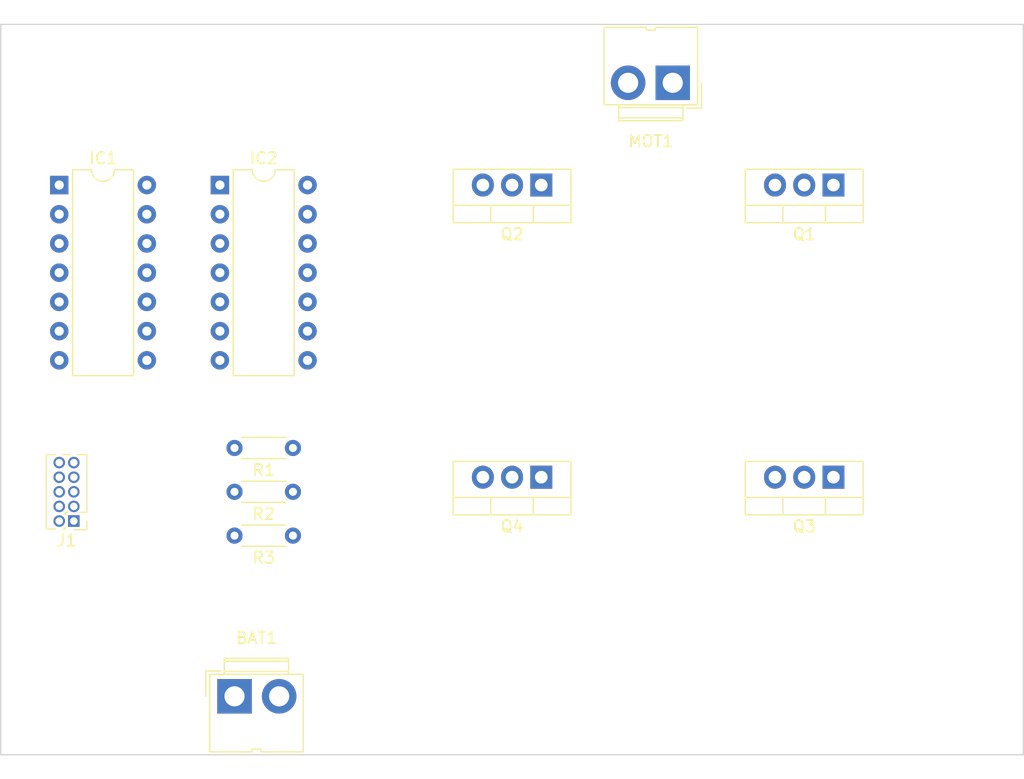
<source format=kicad_pcb>
(kicad_pcb (version 20171130) (host pcbnew "(5.1.10)-1")

  (general
    (thickness 1.6)
    (drawings 4)
    (tracks 0)
    (zones 0)
    (modules 16)
    (nets 24)
  )

  (page A4)
  (layers
    (0 F.Cu signal)
    (31 B.Cu signal)
    (32 B.Adhes user)
    (33 F.Adhes user)
    (34 B.Paste user)
    (35 F.Paste user)
    (36 B.SilkS user)
    (37 F.SilkS user)
    (38 B.Mask user)
    (39 F.Mask user)
    (40 Dwgs.User user)
    (41 Cmts.User user)
    (42 Eco1.User user)
    (43 Eco2.User user)
    (44 Edge.Cuts user)
    (45 Margin user)
    (46 B.CrtYd user)
    (47 F.CrtYd user)
    (48 B.Fab user)
    (49 F.Fab user)
  )

  (setup
    (last_trace_width 0.25)
    (trace_clearance 0.2)
    (zone_clearance 0.508)
    (zone_45_only no)
    (trace_min 0.2)
    (via_size 0.8)
    (via_drill 0.4)
    (via_min_size 0.4)
    (via_min_drill 0.3)
    (uvia_size 0.3)
    (uvia_drill 0.1)
    (uvias_allowed no)
    (uvia_min_size 0.2)
    (uvia_min_drill 0.1)
    (edge_width 0.05)
    (segment_width 0.2)
    (pcb_text_width 0.3)
    (pcb_text_size 1.5 1.5)
    (mod_edge_width 0.12)
    (mod_text_size 1 1)
    (mod_text_width 0.15)
    (pad_size 1.524 1.524)
    (pad_drill 0.762)
    (pad_to_mask_clearance 0)
    (aux_axis_origin 0 0)
    (visible_elements FFFFFF7F)
    (pcbplotparams
      (layerselection 0x010fc_ffffffff)
      (usegerberextensions false)
      (usegerberattributes true)
      (usegerberadvancedattributes true)
      (creategerberjobfile true)
      (excludeedgelayer true)
      (linewidth 0.100000)
      (plotframeref false)
      (viasonmask false)
      (mode 1)
      (useauxorigin false)
      (hpglpennumber 1)
      (hpglpenspeed 20)
      (hpglpendiameter 15.000000)
      (psnegative false)
      (psa4output false)
      (plotreference true)
      (plotvalue true)
      (plotinvisibletext false)
      (padsonsilk false)
      (subtractmaskfromsilk false)
      (outputformat 1)
      (mirror false)
      (drillshape 1)
      (scaleselection 1)
      (outputdirectory ""))
  )

  (net 0 "")
  (net 1 +5V)
  (net 2 GNDREF)
  (net 3 "Net-(IC1-Pad13)")
  (net 4 *I_B)
  (net 5 "Net-(IC1-Pad12)")
  (net 6 I_B)
  (net 7 "Net-(IC1-Pad11)")
  (net 8 "Net-(IC1-Pad10)")
  (net 9 *I_A)
  (net 10 "Net-(IC1-Pad9)")
  (net 11 I_A)
  (net 12 "Net-(IC1-Pad8)")
  (net 13 S_A2)
  (net 14 EN)
  (net 15 S_B1)
  (net 16 S_A1)
  (net 17 S_B2)
  (net 18 "Net-(J1-Pad10)")
  (net 19 "Net-(J1-Pad7)")
  (net 20 "Net-(J1-Pad6)")
  (net 21 VDD)
  (net 22 "Net-(MOT1-Pad2)")
  (net 23 "Net-(MOT1-Pad1)")

  (net_class Default "This is the default net class."
    (clearance 0.2)
    (trace_width 0.25)
    (via_dia 0.8)
    (via_drill 0.4)
    (uvia_dia 0.3)
    (uvia_drill 0.1)
    (add_net *I_A)
    (add_net *I_B)
    (add_net +5V)
    (add_net EN)
    (add_net GNDREF)
    (add_net I_A)
    (add_net I_B)
    (add_net "Net-(IC1-Pad10)")
    (add_net "Net-(IC1-Pad11)")
    (add_net "Net-(IC1-Pad12)")
    (add_net "Net-(IC1-Pad13)")
    (add_net "Net-(IC1-Pad8)")
    (add_net "Net-(IC1-Pad9)")
    (add_net "Net-(J1-Pad10)")
    (add_net "Net-(J1-Pad6)")
    (add_net "Net-(J1-Pad7)")
    (add_net "Net-(MOT1-Pad1)")
    (add_net "Net-(MOT1-Pad2)")
    (add_net S_A1)
    (add_net S_A2)
    (add_net S_B1)
    (add_net S_B2)
    (add_net VDD)
  )

  (module MountingHole:MountingHole_3.2mm_M3 (layer F.Cu) (tedit 56D1B4CB) (tstamp 621BF11E)
    (at 172.72 121.92)
    (descr "Mounting Hole 3.2mm, no annular, M3")
    (tags "mounting hole 3.2mm no annular m3")
    (path /622FD6B1)
    (attr virtual)
    (fp_text reference H4 (at 0 -4.2) (layer F.SilkS) hide
      (effects (font (size 1 1) (thickness 0.15)))
    )
    (fp_text value MountingHole (at 0 4.2) (layer F.Fab)
      (effects (font (size 1 1) (thickness 0.15)))
    )
    (fp_text user %R (at 0.3 0) (layer F.Fab)
      (effects (font (size 1 1) (thickness 0.15)))
    )
    (fp_circle (center 0 0) (end 3.2 0) (layer Cmts.User) (width 0.15))
    (fp_circle (center 0 0) (end 3.45 0) (layer F.CrtYd) (width 0.05))
    (pad 1 np_thru_hole circle (at 0 0) (size 3.2 3.2) (drill 3.2) (layers *.Cu *.Mask))
  )

  (module MountingHole:MountingHole_3.2mm_M3 (layer F.Cu) (tedit 56D1B4CB) (tstamp 621BF116)
    (at 172.72 68.58)
    (descr "Mounting Hole 3.2mm, no annular, M3")
    (tags "mounting hole 3.2mm no annular m3")
    (path /622FBF1B)
    (attr virtual)
    (fp_text reference H3 (at 0 -4.2) (layer F.SilkS) hide
      (effects (font (size 1 1) (thickness 0.15)))
    )
    (fp_text value MountingHole (at 0 4.2) (layer F.Fab)
      (effects (font (size 1 1) (thickness 0.15)))
    )
    (fp_text user %R (at 0.3 0) (layer F.Fab)
      (effects (font (size 1 1) (thickness 0.15)))
    )
    (fp_circle (center 0 0) (end 3.2 0) (layer Cmts.User) (width 0.15))
    (fp_circle (center 0 0) (end 3.45 0) (layer F.CrtYd) (width 0.05))
    (pad 1 np_thru_hole circle (at 0 0) (size 3.2 3.2) (drill 3.2) (layers *.Cu *.Mask))
  )

  (module MountingHole:MountingHole_3.2mm_M3 (layer F.Cu) (tedit 56D1B4CB) (tstamp 621BF10E)
    (at 93.98 121.92)
    (descr "Mounting Hole 3.2mm, no annular, M3")
    (tags "mounting hole 3.2mm no annular m3")
    (path /622FA6FC)
    (attr virtual)
    (fp_text reference H2 (at 0 -4.2) (layer F.SilkS) hide
      (effects (font (size 1 1) (thickness 0.15)))
    )
    (fp_text value MountingHole (at 0 4.2) (layer F.Fab)
      (effects (font (size 1 1) (thickness 0.15)))
    )
    (fp_text user %R (at 0.3 0) (layer F.Fab)
      (effects (font (size 1 1) (thickness 0.15)))
    )
    (fp_circle (center 0 0) (end 3.2 0) (layer Cmts.User) (width 0.15))
    (fp_circle (center 0 0) (end 3.45 0) (layer F.CrtYd) (width 0.05))
    (pad 1 np_thru_hole circle (at 0 0) (size 3.2 3.2) (drill 3.2) (layers *.Cu *.Mask))
  )

  (module MountingHole:MountingHole_3.2mm_M3 (layer F.Cu) (tedit 56D1B4CB) (tstamp 621BF106)
    (at 93.98 68.58)
    (descr "Mounting Hole 3.2mm, no annular, M3")
    (tags "mounting hole 3.2mm no annular m3")
    (path /622FA016)
    (attr virtual)
    (fp_text reference H1 (at 0 -4.2) (layer F.SilkS) hide
      (effects (font (size 1 1) (thickness 0.15)))
    )
    (fp_text value MountingHole (at 0 4.2) (layer F.Fab)
      (effects (font (size 1 1) (thickness 0.15)))
    )
    (fp_text user %R (at 0.3 0) (layer F.Fab)
      (effects (font (size 1 1) (thickness 0.15)))
    )
    (fp_circle (center 0 0) (end 3.2 0) (layer Cmts.User) (width 0.15))
    (fp_circle (center 0 0) (end 3.45 0) (layer F.CrtYd) (width 0.05))
    (pad 1 np_thru_hole circle (at 0 0) (size 3.2 3.2) (drill 3.2) (layers *.Cu *.Mask))
  )

  (module Resistor_THT:R_Axial_DIN0204_L3.6mm_D1.6mm_P5.08mm_Horizontal (layer F.Cu) (tedit 5AE5139B) (tstamp 621BD06F)
    (at 114.3 107.95 180)
    (descr "Resistor, Axial_DIN0204 series, Axial, Horizontal, pin pitch=5.08mm, 0.167W, length*diameter=3.6*1.6mm^2, http://cdn-reichelt.de/documents/datenblatt/B400/1_4W%23YAG.pdf")
    (tags "Resistor Axial_DIN0204 series Axial Horizontal pin pitch 5.08mm 0.167W length 3.6mm diameter 1.6mm")
    (path /6226A321)
    (fp_text reference R3 (at 2.54 -1.92) (layer F.SilkS)
      (effects (font (size 1 1) (thickness 0.15)))
    )
    (fp_text value 10k (at 2.54 1.92) (layer F.Fab)
      (effects (font (size 1 1) (thickness 0.15)))
    )
    (fp_text user %R (at 2.54 0) (layer F.Fab)
      (effects (font (size 0.72 0.72) (thickness 0.108)))
    )
    (fp_line (start 0.74 -0.8) (end 0.74 0.8) (layer F.Fab) (width 0.1))
    (fp_line (start 0.74 0.8) (end 4.34 0.8) (layer F.Fab) (width 0.1))
    (fp_line (start 4.34 0.8) (end 4.34 -0.8) (layer F.Fab) (width 0.1))
    (fp_line (start 4.34 -0.8) (end 0.74 -0.8) (layer F.Fab) (width 0.1))
    (fp_line (start 0 0) (end 0.74 0) (layer F.Fab) (width 0.1))
    (fp_line (start 5.08 0) (end 4.34 0) (layer F.Fab) (width 0.1))
    (fp_line (start 0.62 -0.92) (end 4.46 -0.92) (layer F.SilkS) (width 0.12))
    (fp_line (start 0.62 0.92) (end 4.46 0.92) (layer F.SilkS) (width 0.12))
    (fp_line (start -0.95 -1.05) (end -0.95 1.05) (layer F.CrtYd) (width 0.05))
    (fp_line (start -0.95 1.05) (end 6.03 1.05) (layer F.CrtYd) (width 0.05))
    (fp_line (start 6.03 1.05) (end 6.03 -1.05) (layer F.CrtYd) (width 0.05))
    (fp_line (start 6.03 -1.05) (end -0.95 -1.05) (layer F.CrtYd) (width 0.05))
    (pad 2 thru_hole oval (at 5.08 0 180) (size 1.4 1.4) (drill 0.7) (layers *.Cu *.Mask)
      (net 2 GNDREF))
    (pad 1 thru_hole circle (at 0 0 180) (size 1.4 1.4) (drill 0.7) (layers *.Cu *.Mask)
      (net 6 I_B))
    (model ${KISYS3DMOD}/Resistor_THT.3dshapes/R_Axial_DIN0204_L3.6mm_D1.6mm_P5.08mm_Horizontal.wrl
      (at (xyz 0 0 0))
      (scale (xyz 1 1 1))
      (rotate (xyz 0 0 0))
    )
  )

  (module Resistor_THT:R_Axial_DIN0204_L3.6mm_D1.6mm_P5.08mm_Horizontal (layer F.Cu) (tedit 5AE5139B) (tstamp 621BD05C)
    (at 114.3 104.14 180)
    (descr "Resistor, Axial_DIN0204 series, Axial, Horizontal, pin pitch=5.08mm, 0.167W, length*diameter=3.6*1.6mm^2, http://cdn-reichelt.de/documents/datenblatt/B400/1_4W%23YAG.pdf")
    (tags "Resistor Axial_DIN0204 series Axial Horizontal pin pitch 5.08mm 0.167W length 3.6mm diameter 1.6mm")
    (path /6222BC15)
    (fp_text reference R2 (at 2.54 -1.92) (layer F.SilkS)
      (effects (font (size 1 1) (thickness 0.15)))
    )
    (fp_text value 10k (at 2.54 1.92) (layer F.Fab)
      (effects (font (size 1 1) (thickness 0.15)))
    )
    (fp_text user %R (at 2.54 0) (layer F.Fab)
      (effects (font (size 0.72 0.72) (thickness 0.108)))
    )
    (fp_line (start 0.74 -0.8) (end 0.74 0.8) (layer F.Fab) (width 0.1))
    (fp_line (start 0.74 0.8) (end 4.34 0.8) (layer F.Fab) (width 0.1))
    (fp_line (start 4.34 0.8) (end 4.34 -0.8) (layer F.Fab) (width 0.1))
    (fp_line (start 4.34 -0.8) (end 0.74 -0.8) (layer F.Fab) (width 0.1))
    (fp_line (start 0 0) (end 0.74 0) (layer F.Fab) (width 0.1))
    (fp_line (start 5.08 0) (end 4.34 0) (layer F.Fab) (width 0.1))
    (fp_line (start 0.62 -0.92) (end 4.46 -0.92) (layer F.SilkS) (width 0.12))
    (fp_line (start 0.62 0.92) (end 4.46 0.92) (layer F.SilkS) (width 0.12))
    (fp_line (start -0.95 -1.05) (end -0.95 1.05) (layer F.CrtYd) (width 0.05))
    (fp_line (start -0.95 1.05) (end 6.03 1.05) (layer F.CrtYd) (width 0.05))
    (fp_line (start 6.03 1.05) (end 6.03 -1.05) (layer F.CrtYd) (width 0.05))
    (fp_line (start 6.03 -1.05) (end -0.95 -1.05) (layer F.CrtYd) (width 0.05))
    (pad 2 thru_hole oval (at 5.08 0 180) (size 1.4 1.4) (drill 0.7) (layers *.Cu *.Mask)
      (net 2 GNDREF))
    (pad 1 thru_hole circle (at 0 0 180) (size 1.4 1.4) (drill 0.7) (layers *.Cu *.Mask)
      (net 11 I_A))
    (model ${KISYS3DMOD}/Resistor_THT.3dshapes/R_Axial_DIN0204_L3.6mm_D1.6mm_P5.08mm_Horizontal.wrl
      (at (xyz 0 0 0))
      (scale (xyz 1 1 1))
      (rotate (xyz 0 0 0))
    )
  )

  (module Resistor_THT:R_Axial_DIN0204_L3.6mm_D1.6mm_P5.08mm_Horizontal (layer F.Cu) (tedit 5AE5139B) (tstamp 621BD049)
    (at 114.3 100.33 180)
    (descr "Resistor, Axial_DIN0204 series, Axial, Horizontal, pin pitch=5.08mm, 0.167W, length*diameter=3.6*1.6mm^2, http://cdn-reichelt.de/documents/datenblatt/B400/1_4W%23YAG.pdf")
    (tags "Resistor Axial_DIN0204 series Axial Horizontal pin pitch 5.08mm 0.167W length 3.6mm diameter 1.6mm")
    (path /622685FA)
    (fp_text reference R1 (at 2.54 -1.92) (layer F.SilkS)
      (effects (font (size 1 1) (thickness 0.15)))
    )
    (fp_text value 10k (at 2.54 1.92) (layer F.Fab)
      (effects (font (size 1 1) (thickness 0.15)))
    )
    (fp_text user %R (at 2.54 0) (layer F.Fab)
      (effects (font (size 0.72 0.72) (thickness 0.108)))
    )
    (fp_line (start 0.74 -0.8) (end 0.74 0.8) (layer F.Fab) (width 0.1))
    (fp_line (start 0.74 0.8) (end 4.34 0.8) (layer F.Fab) (width 0.1))
    (fp_line (start 4.34 0.8) (end 4.34 -0.8) (layer F.Fab) (width 0.1))
    (fp_line (start 4.34 -0.8) (end 0.74 -0.8) (layer F.Fab) (width 0.1))
    (fp_line (start 0 0) (end 0.74 0) (layer F.Fab) (width 0.1))
    (fp_line (start 5.08 0) (end 4.34 0) (layer F.Fab) (width 0.1))
    (fp_line (start 0.62 -0.92) (end 4.46 -0.92) (layer F.SilkS) (width 0.12))
    (fp_line (start 0.62 0.92) (end 4.46 0.92) (layer F.SilkS) (width 0.12))
    (fp_line (start -0.95 -1.05) (end -0.95 1.05) (layer F.CrtYd) (width 0.05))
    (fp_line (start -0.95 1.05) (end 6.03 1.05) (layer F.CrtYd) (width 0.05))
    (fp_line (start 6.03 1.05) (end 6.03 -1.05) (layer F.CrtYd) (width 0.05))
    (fp_line (start 6.03 -1.05) (end -0.95 -1.05) (layer F.CrtYd) (width 0.05))
    (pad 2 thru_hole oval (at 5.08 0 180) (size 1.4 1.4) (drill 0.7) (layers *.Cu *.Mask)
      (net 2 GNDREF))
    (pad 1 thru_hole circle (at 0 0 180) (size 1.4 1.4) (drill 0.7) (layers *.Cu *.Mask)
      (net 14 EN))
    (model ${KISYS3DMOD}/Resistor_THT.3dshapes/R_Axial_DIN0204_L3.6mm_D1.6mm_P5.08mm_Horizontal.wrl
      (at (xyz 0 0 0))
      (scale (xyz 1 1 1))
      (rotate (xyz 0 0 0))
    )
  )

  (module Package_TO_SOT_THT:TO-220-3_Vertical (layer F.Cu) (tedit 5AC8BA0D) (tstamp 621BD036)
    (at 135.89 102.87 180)
    (descr "TO-220-3, Vertical, RM 2.54mm, see https://www.vishay.com/docs/66542/to-220-1.pdf")
    (tags "TO-220-3 Vertical RM 2.54mm")
    (path /62238453)
    (fp_text reference Q4 (at 2.54 -4.27) (layer F.SilkS)
      (effects (font (size 1 1) (thickness 0.15)))
    )
    (fp_text value IRL540N (at 2.54 2.5) (layer F.Fab)
      (effects (font (size 1 1) (thickness 0.15)))
    )
    (fp_text user %R (at 2.54 -4.27) (layer F.Fab)
      (effects (font (size 1 1) (thickness 0.15)))
    )
    (fp_line (start -2.46 -3.15) (end -2.46 1.25) (layer F.Fab) (width 0.1))
    (fp_line (start -2.46 1.25) (end 7.54 1.25) (layer F.Fab) (width 0.1))
    (fp_line (start 7.54 1.25) (end 7.54 -3.15) (layer F.Fab) (width 0.1))
    (fp_line (start 7.54 -3.15) (end -2.46 -3.15) (layer F.Fab) (width 0.1))
    (fp_line (start -2.46 -1.88) (end 7.54 -1.88) (layer F.Fab) (width 0.1))
    (fp_line (start 0.69 -3.15) (end 0.69 -1.88) (layer F.Fab) (width 0.1))
    (fp_line (start 4.39 -3.15) (end 4.39 -1.88) (layer F.Fab) (width 0.1))
    (fp_line (start -2.58 -3.27) (end 7.66 -3.27) (layer F.SilkS) (width 0.12))
    (fp_line (start -2.58 1.371) (end 7.66 1.371) (layer F.SilkS) (width 0.12))
    (fp_line (start -2.58 -3.27) (end -2.58 1.371) (layer F.SilkS) (width 0.12))
    (fp_line (start 7.66 -3.27) (end 7.66 1.371) (layer F.SilkS) (width 0.12))
    (fp_line (start -2.58 -1.76) (end 7.66 -1.76) (layer F.SilkS) (width 0.12))
    (fp_line (start 0.69 -3.27) (end 0.69 -1.76) (layer F.SilkS) (width 0.12))
    (fp_line (start 4.391 -3.27) (end 4.391 -1.76) (layer F.SilkS) (width 0.12))
    (fp_line (start -2.71 -3.4) (end -2.71 1.51) (layer F.CrtYd) (width 0.05))
    (fp_line (start -2.71 1.51) (end 7.79 1.51) (layer F.CrtYd) (width 0.05))
    (fp_line (start 7.79 1.51) (end 7.79 -3.4) (layer F.CrtYd) (width 0.05))
    (fp_line (start 7.79 -3.4) (end -2.71 -3.4) (layer F.CrtYd) (width 0.05))
    (pad 3 thru_hole oval (at 5.08 0 180) (size 1.905 2) (drill 1.1) (layers *.Cu *.Mask)
      (net 2 GNDREF))
    (pad 2 thru_hole oval (at 2.54 0 180) (size 1.905 2) (drill 1.1) (layers *.Cu *.Mask)
      (net 22 "Net-(MOT1-Pad2)"))
    (pad 1 thru_hole rect (at 0 0 180) (size 1.905 2) (drill 1.1) (layers *.Cu *.Mask)
      (net 17 S_B2))
    (model ${KISYS3DMOD}/Package_TO_SOT_THT.3dshapes/TO-220-3_Vertical.wrl
      (at (xyz 0 0 0))
      (scale (xyz 1 1 1))
      (rotate (xyz 0 0 0))
    )
  )

  (module Package_TO_SOT_THT:TO-220-3_Vertical (layer F.Cu) (tedit 5AC8BA0D) (tstamp 621BD01C)
    (at 161.29 102.87 180)
    (descr "TO-220-3, Vertical, RM 2.54mm, see https://www.vishay.com/docs/66542/to-220-1.pdf")
    (tags "TO-220-3 Vertical RM 2.54mm")
    (path /62235AAB)
    (fp_text reference Q3 (at 2.54 -4.27) (layer F.SilkS)
      (effects (font (size 1 1) (thickness 0.15)))
    )
    (fp_text value IRL540N (at 2.54 2.5) (layer F.Fab)
      (effects (font (size 1 1) (thickness 0.15)))
    )
    (fp_text user %R (at 2.54 -4.27) (layer F.Fab)
      (effects (font (size 1 1) (thickness 0.15)))
    )
    (fp_line (start -2.46 -3.15) (end -2.46 1.25) (layer F.Fab) (width 0.1))
    (fp_line (start -2.46 1.25) (end 7.54 1.25) (layer F.Fab) (width 0.1))
    (fp_line (start 7.54 1.25) (end 7.54 -3.15) (layer F.Fab) (width 0.1))
    (fp_line (start 7.54 -3.15) (end -2.46 -3.15) (layer F.Fab) (width 0.1))
    (fp_line (start -2.46 -1.88) (end 7.54 -1.88) (layer F.Fab) (width 0.1))
    (fp_line (start 0.69 -3.15) (end 0.69 -1.88) (layer F.Fab) (width 0.1))
    (fp_line (start 4.39 -3.15) (end 4.39 -1.88) (layer F.Fab) (width 0.1))
    (fp_line (start -2.58 -3.27) (end 7.66 -3.27) (layer F.SilkS) (width 0.12))
    (fp_line (start -2.58 1.371) (end 7.66 1.371) (layer F.SilkS) (width 0.12))
    (fp_line (start -2.58 -3.27) (end -2.58 1.371) (layer F.SilkS) (width 0.12))
    (fp_line (start 7.66 -3.27) (end 7.66 1.371) (layer F.SilkS) (width 0.12))
    (fp_line (start -2.58 -1.76) (end 7.66 -1.76) (layer F.SilkS) (width 0.12))
    (fp_line (start 0.69 -3.27) (end 0.69 -1.76) (layer F.SilkS) (width 0.12))
    (fp_line (start 4.391 -3.27) (end 4.391 -1.76) (layer F.SilkS) (width 0.12))
    (fp_line (start -2.71 -3.4) (end -2.71 1.51) (layer F.CrtYd) (width 0.05))
    (fp_line (start -2.71 1.51) (end 7.79 1.51) (layer F.CrtYd) (width 0.05))
    (fp_line (start 7.79 1.51) (end 7.79 -3.4) (layer F.CrtYd) (width 0.05))
    (fp_line (start 7.79 -3.4) (end -2.71 -3.4) (layer F.CrtYd) (width 0.05))
    (pad 3 thru_hole oval (at 5.08 0 180) (size 1.905 2) (drill 1.1) (layers *.Cu *.Mask)
      (net 2 GNDREF))
    (pad 2 thru_hole oval (at 2.54 0 180) (size 1.905 2) (drill 1.1) (layers *.Cu *.Mask)
      (net 23 "Net-(MOT1-Pad1)"))
    (pad 1 thru_hole rect (at 0 0 180) (size 1.905 2) (drill 1.1) (layers *.Cu *.Mask)
      (net 13 S_A2))
    (model ${KISYS3DMOD}/Package_TO_SOT_THT.3dshapes/TO-220-3_Vertical.wrl
      (at (xyz 0 0 0))
      (scale (xyz 1 1 1))
      (rotate (xyz 0 0 0))
    )
  )

  (module Package_TO_SOT_THT:TO-220-3_Vertical (layer F.Cu) (tedit 5AC8BA0D) (tstamp 621BD002)
    (at 135.89 77.47 180)
    (descr "TO-220-3, Vertical, RM 2.54mm, see https://www.vishay.com/docs/66542/to-220-1.pdf")
    (tags "TO-220-3 Vertical RM 2.54mm")
    (path /6223844D)
    (fp_text reference Q2 (at 2.54 -4.27) (layer F.SilkS)
      (effects (font (size 1 1) (thickness 0.15)))
    )
    (fp_text value IRL540N (at 2.54 2.5) (layer F.Fab)
      (effects (font (size 1 1) (thickness 0.15)))
    )
    (fp_text user %R (at 2.54 -4.27) (layer F.Fab)
      (effects (font (size 1 1) (thickness 0.15)))
    )
    (fp_line (start -2.46 -3.15) (end -2.46 1.25) (layer F.Fab) (width 0.1))
    (fp_line (start -2.46 1.25) (end 7.54 1.25) (layer F.Fab) (width 0.1))
    (fp_line (start 7.54 1.25) (end 7.54 -3.15) (layer F.Fab) (width 0.1))
    (fp_line (start 7.54 -3.15) (end -2.46 -3.15) (layer F.Fab) (width 0.1))
    (fp_line (start -2.46 -1.88) (end 7.54 -1.88) (layer F.Fab) (width 0.1))
    (fp_line (start 0.69 -3.15) (end 0.69 -1.88) (layer F.Fab) (width 0.1))
    (fp_line (start 4.39 -3.15) (end 4.39 -1.88) (layer F.Fab) (width 0.1))
    (fp_line (start -2.58 -3.27) (end 7.66 -3.27) (layer F.SilkS) (width 0.12))
    (fp_line (start -2.58 1.371) (end 7.66 1.371) (layer F.SilkS) (width 0.12))
    (fp_line (start -2.58 -3.27) (end -2.58 1.371) (layer F.SilkS) (width 0.12))
    (fp_line (start 7.66 -3.27) (end 7.66 1.371) (layer F.SilkS) (width 0.12))
    (fp_line (start -2.58 -1.76) (end 7.66 -1.76) (layer F.SilkS) (width 0.12))
    (fp_line (start 0.69 -3.27) (end 0.69 -1.76) (layer F.SilkS) (width 0.12))
    (fp_line (start 4.391 -3.27) (end 4.391 -1.76) (layer F.SilkS) (width 0.12))
    (fp_line (start -2.71 -3.4) (end -2.71 1.51) (layer F.CrtYd) (width 0.05))
    (fp_line (start -2.71 1.51) (end 7.79 1.51) (layer F.CrtYd) (width 0.05))
    (fp_line (start 7.79 1.51) (end 7.79 -3.4) (layer F.CrtYd) (width 0.05))
    (fp_line (start 7.79 -3.4) (end -2.71 -3.4) (layer F.CrtYd) (width 0.05))
    (pad 3 thru_hole oval (at 5.08 0 180) (size 1.905 2) (drill 1.1) (layers *.Cu *.Mask)
      (net 22 "Net-(MOT1-Pad2)"))
    (pad 2 thru_hole oval (at 2.54 0 180) (size 1.905 2) (drill 1.1) (layers *.Cu *.Mask)
      (net 21 VDD))
    (pad 1 thru_hole rect (at 0 0 180) (size 1.905 2) (drill 1.1) (layers *.Cu *.Mask)
      (net 15 S_B1))
    (model ${KISYS3DMOD}/Package_TO_SOT_THT.3dshapes/TO-220-3_Vertical.wrl
      (at (xyz 0 0 0))
      (scale (xyz 1 1 1))
      (rotate (xyz 0 0 0))
    )
  )

  (module Package_TO_SOT_THT:TO-220-3_Vertical (layer F.Cu) (tedit 5AC8BA0D) (tstamp 621BCFE8)
    (at 161.29 77.47 180)
    (descr "TO-220-3, Vertical, RM 2.54mm, see https://www.vishay.com/docs/66542/to-220-1.pdf")
    (tags "TO-220-3 Vertical RM 2.54mm")
    (path /622336A9)
    (fp_text reference Q1 (at 2.54 -4.27) (layer F.SilkS)
      (effects (font (size 1 1) (thickness 0.15)))
    )
    (fp_text value IRL540N (at 2.54 2.5) (layer F.Fab)
      (effects (font (size 1 1) (thickness 0.15)))
    )
    (fp_text user %R (at 2.54 -4.27) (layer F.Fab)
      (effects (font (size 1 1) (thickness 0.15)))
    )
    (fp_line (start -2.46 -3.15) (end -2.46 1.25) (layer F.Fab) (width 0.1))
    (fp_line (start -2.46 1.25) (end 7.54 1.25) (layer F.Fab) (width 0.1))
    (fp_line (start 7.54 1.25) (end 7.54 -3.15) (layer F.Fab) (width 0.1))
    (fp_line (start 7.54 -3.15) (end -2.46 -3.15) (layer F.Fab) (width 0.1))
    (fp_line (start -2.46 -1.88) (end 7.54 -1.88) (layer F.Fab) (width 0.1))
    (fp_line (start 0.69 -3.15) (end 0.69 -1.88) (layer F.Fab) (width 0.1))
    (fp_line (start 4.39 -3.15) (end 4.39 -1.88) (layer F.Fab) (width 0.1))
    (fp_line (start -2.58 -3.27) (end 7.66 -3.27) (layer F.SilkS) (width 0.12))
    (fp_line (start -2.58 1.371) (end 7.66 1.371) (layer F.SilkS) (width 0.12))
    (fp_line (start -2.58 -3.27) (end -2.58 1.371) (layer F.SilkS) (width 0.12))
    (fp_line (start 7.66 -3.27) (end 7.66 1.371) (layer F.SilkS) (width 0.12))
    (fp_line (start -2.58 -1.76) (end 7.66 -1.76) (layer F.SilkS) (width 0.12))
    (fp_line (start 0.69 -3.27) (end 0.69 -1.76) (layer F.SilkS) (width 0.12))
    (fp_line (start 4.391 -3.27) (end 4.391 -1.76) (layer F.SilkS) (width 0.12))
    (fp_line (start -2.71 -3.4) (end -2.71 1.51) (layer F.CrtYd) (width 0.05))
    (fp_line (start -2.71 1.51) (end 7.79 1.51) (layer F.CrtYd) (width 0.05))
    (fp_line (start 7.79 1.51) (end 7.79 -3.4) (layer F.CrtYd) (width 0.05))
    (fp_line (start 7.79 -3.4) (end -2.71 -3.4) (layer F.CrtYd) (width 0.05))
    (pad 3 thru_hole oval (at 5.08 0 180) (size 1.905 2) (drill 1.1) (layers *.Cu *.Mask)
      (net 23 "Net-(MOT1-Pad1)"))
    (pad 2 thru_hole oval (at 2.54 0 180) (size 1.905 2) (drill 1.1) (layers *.Cu *.Mask)
      (net 21 VDD))
    (pad 1 thru_hole rect (at 0 0 180) (size 1.905 2) (drill 1.1) (layers *.Cu *.Mask)
      (net 16 S_A1))
    (model ${KISYS3DMOD}/Package_TO_SOT_THT.3dshapes/TO-220-3_Vertical.wrl
      (at (xyz 0 0 0))
      (scale (xyz 1 1 1))
      (rotate (xyz 0 0 0))
    )
  )

  (module Connector:JWT_A3963_1x02_P3.96mm_Vertical (layer F.Cu) (tedit 5A2A57CE) (tstamp 621BCFCE)
    (at 109.22 121.92)
    (descr "JWT A3963, 3.96mm pitch Pin head connector (http://www.jwt.com.tw/pro_pdf/A3963.pdf)")
    (tags "connector JWT A3963 pinhead")
    (path /621E096C)
    (fp_text reference BAT1 (at 1.91 -5.08) (layer F.SilkS)
      (effects (font (size 1 1) (thickness 0.15)))
    )
    (fp_text value Conn_01x02 (at 1.91 6.35) (layer F.Fab)
      (effects (font (size 1 1) (thickness 0.15)))
    )
    (fp_text user %R (at 2.2 3.7) (layer F.Fab)
      (effects (font (size 1 1) (thickness 0.15)))
    )
    (fp_line (start 4.6 -3.2) (end 4.6 -1.8) (layer F.Fab) (width 0.1))
    (fp_line (start -0.8 -3.2) (end 4.6 -3.2) (layer F.Fab) (width 0.1))
    (fp_line (start -0.8 -1.8) (end -0.8 -3.2) (layer F.Fab) (width 0.1))
    (fp_line (start 0 -0.3) (end 1.25 -1.8) (layer F.Fab) (width 0.1))
    (fp_line (start -1.25 -1.8) (end 0 -0.3) (layer F.Fab) (width 0.1))
    (fp_line (start -2.5 -2.2) (end -2.5 0) (layer F.SilkS) (width 0.12))
    (fp_line (start -1.2 -2.2) (end -2.5 -2.2) (layer F.SilkS) (width 0.12))
    (fp_line (start -2.05 4.7) (end -2.05 -1.8) (layer F.Fab) (width 0.1))
    (fp_line (start 5.85 4.7) (end -2.05 4.7) (layer F.Fab) (width 0.1))
    (fp_line (start 5.85 -1.8) (end 5.85 4.7) (layer F.Fab) (width 0.1))
    (fp_line (start -2.05 -1.8) (end 5.85 -1.8) (layer F.Fab) (width 0.1))
    (fp_line (start -2.5 -3.55) (end 6.35 -3.55) (layer F.CrtYd) (width 0.05))
    (fp_line (start 6.35 -3.55) (end 6.35 5.05) (layer F.CrtYd) (width 0.05))
    (fp_line (start 6.35 5.05) (end -2.5 5.05) (layer F.CrtYd) (width 0.05))
    (fp_line (start -2.5 5.05) (end -2.5 -3.55) (layer F.CrtYd) (width 0.05))
    (fp_line (start 2.29 4.83) (end 5.97 4.83) (layer F.SilkS) (width 0.12))
    (fp_line (start 1.52 4.83) (end -2.16 4.83) (layer F.SilkS) (width 0.12))
    (fp_line (start 1.52 4.83) (end 1.52 4.57) (layer F.SilkS) (width 0.12))
    (fp_line (start 1.52 4.57) (end 2.29 4.57) (layer F.SilkS) (width 0.12))
    (fp_line (start 2.29 4.57) (end 2.29 4.83) (layer F.SilkS) (width 0.12))
    (fp_line (start -0.89 -2.16) (end 4.7 -2.16) (layer F.SilkS) (width 0.12))
    (fp_line (start -0.89 -3.05) (end 4.7 -3.05) (layer F.SilkS) (width 0.12))
    (fp_line (start 5.97 -1.91) (end 5.97 0) (layer F.SilkS) (width 0.12))
    (fp_line (start -2.16 -1.91) (end -2.16 0) (layer F.SilkS) (width 0.12))
    (fp_line (start -0.89 -3.3) (end 4.7 -3.3) (layer F.SilkS) (width 0.12))
    (fp_line (start 4.7 -1.91) (end 4.7 -3.3) (layer F.SilkS) (width 0.12))
    (fp_line (start -0.89 -1.91) (end -0.89 -3.3) (layer F.SilkS) (width 0.12))
    (fp_line (start -2.16 -1.91) (end 5.97 -1.91) (layer F.SilkS) (width 0.12))
    (fp_line (start -2.16 0) (end -2.16 4.83) (layer F.SilkS) (width 0.12))
    (fp_line (start 5.97 4.83) (end 5.97 0) (layer F.SilkS) (width 0.12))
    (pad 2 thru_hole circle (at 3.88 0) (size 3 3) (drill 1.75) (layers *.Cu *.Mask)
      (net 21 VDD))
    (pad 1 thru_hole rect (at 0 0) (size 3 3) (drill 1.75) (layers *.Cu *.Mask)
      (net 2 GNDREF))
    (model ${KISYS3DMOD}/Connector.3dshapes/JWT_A3963_1x02_P3.96mm_Vertical.wrl
      (at (xyz 0 0 0))
      (scale (xyz 1 1 1))
      (rotate (xyz 0 0 0))
    )
  )

  (module Connector:JWT_A3963_1x02_P3.96mm_Vertical (layer F.Cu) (tedit 5A2A57CE) (tstamp 621BCFA9)
    (at 147.32 68.58 180)
    (descr "JWT A3963, 3.96mm pitch Pin head connector (http://www.jwt.com.tw/pro_pdf/A3963.pdf)")
    (tags "connector JWT A3963 pinhead")
    (path /621BB79C)
    (fp_text reference MOT1 (at 1.91 -5.08) (layer F.SilkS)
      (effects (font (size 1 1) (thickness 0.15)))
    )
    (fp_text value Conn_01x02 (at 1.91 6.35) (layer F.Fab)
      (effects (font (size 1 1) (thickness 0.15)))
    )
    (fp_text user %R (at 2.2 3.7) (layer F.Fab)
      (effects (font (size 1 1) (thickness 0.15)))
    )
    (fp_line (start 4.6 -3.2) (end 4.6 -1.8) (layer F.Fab) (width 0.1))
    (fp_line (start -0.8 -3.2) (end 4.6 -3.2) (layer F.Fab) (width 0.1))
    (fp_line (start -0.8 -1.8) (end -0.8 -3.2) (layer F.Fab) (width 0.1))
    (fp_line (start 0 -0.3) (end 1.25 -1.8) (layer F.Fab) (width 0.1))
    (fp_line (start -1.25 -1.8) (end 0 -0.3) (layer F.Fab) (width 0.1))
    (fp_line (start -2.5 -2.2) (end -2.5 0) (layer F.SilkS) (width 0.12))
    (fp_line (start -1.2 -2.2) (end -2.5 -2.2) (layer F.SilkS) (width 0.12))
    (fp_line (start -2.05 4.7) (end -2.05 -1.8) (layer F.Fab) (width 0.1))
    (fp_line (start 5.85 4.7) (end -2.05 4.7) (layer F.Fab) (width 0.1))
    (fp_line (start 5.85 -1.8) (end 5.85 4.7) (layer F.Fab) (width 0.1))
    (fp_line (start -2.05 -1.8) (end 5.85 -1.8) (layer F.Fab) (width 0.1))
    (fp_line (start -2.5 -3.55) (end 6.35 -3.55) (layer F.CrtYd) (width 0.05))
    (fp_line (start 6.35 -3.55) (end 6.35 5.05) (layer F.CrtYd) (width 0.05))
    (fp_line (start 6.35 5.05) (end -2.5 5.05) (layer F.CrtYd) (width 0.05))
    (fp_line (start -2.5 5.05) (end -2.5 -3.55) (layer F.CrtYd) (width 0.05))
    (fp_line (start 2.29 4.83) (end 5.97 4.83) (layer F.SilkS) (width 0.12))
    (fp_line (start 1.52 4.83) (end -2.16 4.83) (layer F.SilkS) (width 0.12))
    (fp_line (start 1.52 4.83) (end 1.52 4.57) (layer F.SilkS) (width 0.12))
    (fp_line (start 1.52 4.57) (end 2.29 4.57) (layer F.SilkS) (width 0.12))
    (fp_line (start 2.29 4.57) (end 2.29 4.83) (layer F.SilkS) (width 0.12))
    (fp_line (start -0.89 -2.16) (end 4.7 -2.16) (layer F.SilkS) (width 0.12))
    (fp_line (start -0.89 -3.05) (end 4.7 -3.05) (layer F.SilkS) (width 0.12))
    (fp_line (start 5.97 -1.91) (end 5.97 0) (layer F.SilkS) (width 0.12))
    (fp_line (start -2.16 -1.91) (end -2.16 0) (layer F.SilkS) (width 0.12))
    (fp_line (start -0.89 -3.3) (end 4.7 -3.3) (layer F.SilkS) (width 0.12))
    (fp_line (start 4.7 -1.91) (end 4.7 -3.3) (layer F.SilkS) (width 0.12))
    (fp_line (start -0.89 -1.91) (end -0.89 -3.3) (layer F.SilkS) (width 0.12))
    (fp_line (start -2.16 -1.91) (end 5.97 -1.91) (layer F.SilkS) (width 0.12))
    (fp_line (start -2.16 0) (end -2.16 4.83) (layer F.SilkS) (width 0.12))
    (fp_line (start 5.97 4.83) (end 5.97 0) (layer F.SilkS) (width 0.12))
    (pad 2 thru_hole circle (at 3.88 0 180) (size 3 3) (drill 1.75) (layers *.Cu *.Mask)
      (net 22 "Net-(MOT1-Pad2)"))
    (pad 1 thru_hole rect (at 0 0 180) (size 3 3) (drill 1.75) (layers *.Cu *.Mask)
      (net 23 "Net-(MOT1-Pad1)"))
    (model ${KISYS3DMOD}/Connector.3dshapes/JWT_A3963_1x02_P3.96mm_Vertical.wrl
      (at (xyz 0 0 0))
      (scale (xyz 1 1 1))
      (rotate (xyz 0 0 0))
    )
  )

  (module Connector_PinHeader_1.27mm:PinHeader_2x05_P1.27mm_Vertical (layer F.Cu) (tedit 59FED6E3) (tstamp 621BCF84)
    (at 95.25 106.68 180)
    (descr "Through hole straight pin header, 2x05, 1.27mm pitch, double rows")
    (tags "Through hole pin header THT 2x05 1.27mm double row")
    (path /621E8254)
    (fp_text reference J1 (at 0.635 -1.695) (layer F.SilkS)
      (effects (font (size 1 1) (thickness 0.15)))
    )
    (fp_text value CTRL (at 0.635 6.775) (layer F.Fab)
      (effects (font (size 1 1) (thickness 0.15)))
    )
    (fp_text user %R (at 0.635 2.54 90) (layer F.Fab)
      (effects (font (size 1 1) (thickness 0.15)))
    )
    (fp_line (start -0.2175 -0.635) (end 2.34 -0.635) (layer F.Fab) (width 0.1))
    (fp_line (start 2.34 -0.635) (end 2.34 5.715) (layer F.Fab) (width 0.1))
    (fp_line (start 2.34 5.715) (end -1.07 5.715) (layer F.Fab) (width 0.1))
    (fp_line (start -1.07 5.715) (end -1.07 0.2175) (layer F.Fab) (width 0.1))
    (fp_line (start -1.07 0.2175) (end -0.2175 -0.635) (layer F.Fab) (width 0.1))
    (fp_line (start -1.13 5.775) (end -0.30753 5.775) (layer F.SilkS) (width 0.12))
    (fp_line (start 1.57753 5.775) (end 2.4 5.775) (layer F.SilkS) (width 0.12))
    (fp_line (start 0.30753 5.775) (end 0.96247 5.775) (layer F.SilkS) (width 0.12))
    (fp_line (start -1.13 0.76) (end -1.13 5.775) (layer F.SilkS) (width 0.12))
    (fp_line (start 2.4 -0.695) (end 2.4 5.775) (layer F.SilkS) (width 0.12))
    (fp_line (start -1.13 0.76) (end -0.563471 0.76) (layer F.SilkS) (width 0.12))
    (fp_line (start 0.563471 0.76) (end 0.706529 0.76) (layer F.SilkS) (width 0.12))
    (fp_line (start 0.76 0.706529) (end 0.76 0.563471) (layer F.SilkS) (width 0.12))
    (fp_line (start 0.76 -0.563471) (end 0.76 -0.695) (layer F.SilkS) (width 0.12))
    (fp_line (start 0.76 -0.695) (end 0.96247 -0.695) (layer F.SilkS) (width 0.12))
    (fp_line (start 1.57753 -0.695) (end 2.4 -0.695) (layer F.SilkS) (width 0.12))
    (fp_line (start -1.13 0) (end -1.13 -0.76) (layer F.SilkS) (width 0.12))
    (fp_line (start -1.13 -0.76) (end 0 -0.76) (layer F.SilkS) (width 0.12))
    (fp_line (start -1.6 -1.15) (end -1.6 6.25) (layer F.CrtYd) (width 0.05))
    (fp_line (start -1.6 6.25) (end 2.85 6.25) (layer F.CrtYd) (width 0.05))
    (fp_line (start 2.85 6.25) (end 2.85 -1.15) (layer F.CrtYd) (width 0.05))
    (fp_line (start 2.85 -1.15) (end -1.6 -1.15) (layer F.CrtYd) (width 0.05))
    (pad 10 thru_hole oval (at 1.27 5.08 180) (size 1 1) (drill 0.65) (layers *.Cu *.Mask)
      (net 18 "Net-(J1-Pad10)"))
    (pad 9 thru_hole oval (at 0 5.08 180) (size 1 1) (drill 0.65) (layers *.Cu *.Mask)
      (net 1 +5V))
    (pad 8 thru_hole oval (at 1.27 3.81 180) (size 1 1) (drill 0.65) (layers *.Cu *.Mask)
      (net 1 +5V))
    (pad 7 thru_hole oval (at 0 3.81 180) (size 1 1) (drill 0.65) (layers *.Cu *.Mask)
      (net 19 "Net-(J1-Pad7)"))
    (pad 6 thru_hole oval (at 1.27 2.54 180) (size 1 1) (drill 0.65) (layers *.Cu *.Mask)
      (net 20 "Net-(J1-Pad6)"))
    (pad 5 thru_hole oval (at 0 2.54 180) (size 1 1) (drill 0.65) (layers *.Cu *.Mask)
      (net 6 I_B))
    (pad 4 thru_hole oval (at 1.27 1.27 180) (size 1 1) (drill 0.65) (layers *.Cu *.Mask)
      (net 11 I_A))
    (pad 3 thru_hole oval (at 0 1.27 180) (size 1 1) (drill 0.65) (layers *.Cu *.Mask)
      (net 14 EN))
    (pad 2 thru_hole oval (at 1.27 0 180) (size 1 1) (drill 0.65) (layers *.Cu *.Mask)
      (net 1 +5V))
    (pad 1 thru_hole rect (at 0 0 180) (size 1 1) (drill 0.65) (layers *.Cu *.Mask)
      (net 2 GNDREF))
    (model ${KISYS3DMOD}/Connector_PinHeader_1.27mm.3dshapes/PinHeader_2x05_P1.27mm_Vertical.wrl
      (at (xyz 0 0 0))
      (scale (xyz 1 1 1))
      (rotate (xyz 0 0 0))
    )
  )

  (module Package_DIP:DIP-14_W7.62mm (layer F.Cu) (tedit 5A02E8C5) (tstamp 621BCF5F)
    (at 107.95 77.47)
    (descr "14-lead though-hole mounted DIP package, row spacing 7.62 mm (300 mils)")
    (tags "THT DIP DIL PDIP 2.54mm 7.62mm 300mil")
    (path /621FA2E1)
    (fp_text reference IC2 (at 3.81 -2.33) (layer F.SilkS)
      (effects (font (size 1 1) (thickness 0.15)))
    )
    (fp_text value 7408 (at 3.81 17.57) (layer F.Fab)
      (effects (font (size 1 1) (thickness 0.15)))
    )
    (fp_text user %R (at 3.81 7.62) (layer F.Fab)
      (effects (font (size 1 1) (thickness 0.15)))
    )
    (fp_arc (start 3.81 -1.33) (end 2.81 -1.33) (angle -180) (layer F.SilkS) (width 0.12))
    (fp_line (start 1.635 -1.27) (end 6.985 -1.27) (layer F.Fab) (width 0.1))
    (fp_line (start 6.985 -1.27) (end 6.985 16.51) (layer F.Fab) (width 0.1))
    (fp_line (start 6.985 16.51) (end 0.635 16.51) (layer F.Fab) (width 0.1))
    (fp_line (start 0.635 16.51) (end 0.635 -0.27) (layer F.Fab) (width 0.1))
    (fp_line (start 0.635 -0.27) (end 1.635 -1.27) (layer F.Fab) (width 0.1))
    (fp_line (start 2.81 -1.33) (end 1.16 -1.33) (layer F.SilkS) (width 0.12))
    (fp_line (start 1.16 -1.33) (end 1.16 16.57) (layer F.SilkS) (width 0.12))
    (fp_line (start 1.16 16.57) (end 6.46 16.57) (layer F.SilkS) (width 0.12))
    (fp_line (start 6.46 16.57) (end 6.46 -1.33) (layer F.SilkS) (width 0.12))
    (fp_line (start 6.46 -1.33) (end 4.81 -1.33) (layer F.SilkS) (width 0.12))
    (fp_line (start -1.1 -1.55) (end -1.1 16.8) (layer F.CrtYd) (width 0.05))
    (fp_line (start -1.1 16.8) (end 8.7 16.8) (layer F.CrtYd) (width 0.05))
    (fp_line (start 8.7 16.8) (end 8.7 -1.55) (layer F.CrtYd) (width 0.05))
    (fp_line (start 8.7 -1.55) (end -1.1 -1.55) (layer F.CrtYd) (width 0.05))
    (pad 14 thru_hole oval (at 7.62 0) (size 1.6 1.6) (drill 0.8) (layers *.Cu *.Mask)
      (net 1 +5V))
    (pad 7 thru_hole oval (at 0 15.24) (size 1.6 1.6) (drill 0.8) (layers *.Cu *.Mask)
      (net 2 GNDREF))
    (pad 13 thru_hole oval (at 7.62 2.54) (size 1.6 1.6) (drill 0.8) (layers *.Cu *.Mask)
      (net 6 I_B))
    (pad 6 thru_hole oval (at 0 12.7) (size 1.6 1.6) (drill 0.8) (layers *.Cu *.Mask)
      (net 13 S_A2))
    (pad 12 thru_hole oval (at 7.62 5.08) (size 1.6 1.6) (drill 0.8) (layers *.Cu *.Mask)
      (net 14 EN))
    (pad 5 thru_hole oval (at 0 10.16) (size 1.6 1.6) (drill 0.8) (layers *.Cu *.Mask)
      (net 14 EN))
    (pad 11 thru_hole oval (at 7.62 7.62) (size 1.6 1.6) (drill 0.8) (layers *.Cu *.Mask)
      (net 15 S_B1))
    (pad 4 thru_hole oval (at 0 7.62) (size 1.6 1.6) (drill 0.8) (layers *.Cu *.Mask)
      (net 9 *I_A))
    (pad 10 thru_hole oval (at 7.62 10.16) (size 1.6 1.6) (drill 0.8) (layers *.Cu *.Mask)
      (net 4 *I_B))
    (pad 3 thru_hole oval (at 0 5.08) (size 1.6 1.6) (drill 0.8) (layers *.Cu *.Mask)
      (net 16 S_A1))
    (pad 9 thru_hole oval (at 7.62 12.7) (size 1.6 1.6) (drill 0.8) (layers *.Cu *.Mask)
      (net 14 EN))
    (pad 2 thru_hole oval (at 0 2.54) (size 1.6 1.6) (drill 0.8) (layers *.Cu *.Mask)
      (net 14 EN))
    (pad 8 thru_hole oval (at 7.62 15.24) (size 1.6 1.6) (drill 0.8) (layers *.Cu *.Mask)
      (net 17 S_B2))
    (pad 1 thru_hole rect (at 0 0) (size 1.6 1.6) (drill 0.8) (layers *.Cu *.Mask)
      (net 11 I_A))
    (model ${KISYS3DMOD}/Package_DIP.3dshapes/DIP-14_W7.62mm.wrl
      (at (xyz 0 0 0))
      (scale (xyz 1 1 1))
      (rotate (xyz 0 0 0))
    )
  )

  (module Package_DIP:DIP-14_W7.62mm (layer F.Cu) (tedit 5A02E8C5) (tstamp 621BCF3D)
    (at 93.98 77.47)
    (descr "14-lead though-hole mounted DIP package, row spacing 7.62 mm (300 mils)")
    (tags "THT DIP DIL PDIP 2.54mm 7.62mm 300mil")
    (path /621F941F)
    (fp_text reference IC1 (at 3.81 -2.33) (layer F.SilkS)
      (effects (font (size 1 1) (thickness 0.15)))
    )
    (fp_text value 7400 (at 3.81 17.57) (layer F.Fab)
      (effects (font (size 1 1) (thickness 0.15)))
    )
    (fp_text user %R (at 3.81 7.62) (layer F.Fab)
      (effects (font (size 1 1) (thickness 0.15)))
    )
    (fp_arc (start 3.81 -1.33) (end 2.81 -1.33) (angle -180) (layer F.SilkS) (width 0.12))
    (fp_line (start 1.635 -1.27) (end 6.985 -1.27) (layer F.Fab) (width 0.1))
    (fp_line (start 6.985 -1.27) (end 6.985 16.51) (layer F.Fab) (width 0.1))
    (fp_line (start 6.985 16.51) (end 0.635 16.51) (layer F.Fab) (width 0.1))
    (fp_line (start 0.635 16.51) (end 0.635 -0.27) (layer F.Fab) (width 0.1))
    (fp_line (start 0.635 -0.27) (end 1.635 -1.27) (layer F.Fab) (width 0.1))
    (fp_line (start 2.81 -1.33) (end 1.16 -1.33) (layer F.SilkS) (width 0.12))
    (fp_line (start 1.16 -1.33) (end 1.16 16.57) (layer F.SilkS) (width 0.12))
    (fp_line (start 1.16 16.57) (end 6.46 16.57) (layer F.SilkS) (width 0.12))
    (fp_line (start 6.46 16.57) (end 6.46 -1.33) (layer F.SilkS) (width 0.12))
    (fp_line (start 6.46 -1.33) (end 4.81 -1.33) (layer F.SilkS) (width 0.12))
    (fp_line (start -1.1 -1.55) (end -1.1 16.8) (layer F.CrtYd) (width 0.05))
    (fp_line (start -1.1 16.8) (end 8.7 16.8) (layer F.CrtYd) (width 0.05))
    (fp_line (start 8.7 16.8) (end 8.7 -1.55) (layer F.CrtYd) (width 0.05))
    (fp_line (start 8.7 -1.55) (end -1.1 -1.55) (layer F.CrtYd) (width 0.05))
    (pad 14 thru_hole oval (at 7.62 0) (size 1.6 1.6) (drill 0.8) (layers *.Cu *.Mask)
      (net 1 +5V))
    (pad 7 thru_hole oval (at 0 15.24) (size 1.6 1.6) (drill 0.8) (layers *.Cu *.Mask)
      (net 2 GNDREF))
    (pad 13 thru_hole oval (at 7.62 2.54) (size 1.6 1.6) (drill 0.8) (layers *.Cu *.Mask)
      (net 3 "Net-(IC1-Pad13)"))
    (pad 6 thru_hole oval (at 0 12.7) (size 1.6 1.6) (drill 0.8) (layers *.Cu *.Mask)
      (net 4 *I_B))
    (pad 12 thru_hole oval (at 7.62 5.08) (size 1.6 1.6) (drill 0.8) (layers *.Cu *.Mask)
      (net 5 "Net-(IC1-Pad12)"))
    (pad 5 thru_hole oval (at 0 10.16) (size 1.6 1.6) (drill 0.8) (layers *.Cu *.Mask)
      (net 6 I_B))
    (pad 11 thru_hole oval (at 7.62 7.62) (size 1.6 1.6) (drill 0.8) (layers *.Cu *.Mask)
      (net 7 "Net-(IC1-Pad11)"))
    (pad 4 thru_hole oval (at 0 7.62) (size 1.6 1.6) (drill 0.8) (layers *.Cu *.Mask)
      (net 6 I_B))
    (pad 10 thru_hole oval (at 7.62 10.16) (size 1.6 1.6) (drill 0.8) (layers *.Cu *.Mask)
      (net 8 "Net-(IC1-Pad10)"))
    (pad 3 thru_hole oval (at 0 5.08) (size 1.6 1.6) (drill 0.8) (layers *.Cu *.Mask)
      (net 9 *I_A))
    (pad 9 thru_hole oval (at 7.62 12.7) (size 1.6 1.6) (drill 0.8) (layers *.Cu *.Mask)
      (net 10 "Net-(IC1-Pad9)"))
    (pad 2 thru_hole oval (at 0 2.54) (size 1.6 1.6) (drill 0.8) (layers *.Cu *.Mask)
      (net 11 I_A))
    (pad 8 thru_hole oval (at 7.62 15.24) (size 1.6 1.6) (drill 0.8) (layers *.Cu *.Mask)
      (net 12 "Net-(IC1-Pad8)"))
    (pad 1 thru_hole rect (at 0 0) (size 1.6 1.6) (drill 0.8) (layers *.Cu *.Mask)
      (net 11 I_A))
    (model ${KISYS3DMOD}/Package_DIP.3dshapes/DIP-14_W7.62mm.wrl
      (at (xyz 0 0 0))
      (scale (xyz 1 1 1))
      (rotate (xyz 0 0 0))
    )
  )

  (gr_line (start 177.8 63.5) (end 177.8 127) (layer Edge.Cuts) (width 0.1))
  (gr_line (start 88.9 63.5) (end 177.8 63.5) (layer Edge.Cuts) (width 0.1))
  (gr_line (start 88.9 127) (end 88.9 63.5) (layer Edge.Cuts) (width 0.1))
  (gr_line (start 177.8 127) (end 88.9 127) (layer Edge.Cuts) (width 0.1))

)

</source>
